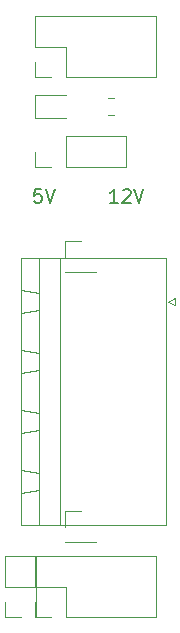
<source format=gbr>
%TF.GenerationSoftware,KiCad,Pcbnew,5.1.9+dfsg1-1+deb11u1*%
%TF.CreationDate,2024-05-04T00:08:04-07:00*%
%TF.ProjectId,BBpower,4242706f-7765-4722-9e6b-696361645f70,rev?*%
%TF.SameCoordinates,Original*%
%TF.FileFunction,Legend,Top*%
%TF.FilePolarity,Positive*%
%FSLAX46Y46*%
G04 Gerber Fmt 4.6, Leading zero omitted, Abs format (unit mm)*
G04 Created by KiCad (PCBNEW 5.1.9+dfsg1-1+deb11u1) date 2024-05-04 00:08:04*
%MOMM*%
%LPD*%
G01*
G04 APERTURE LIST*
%ADD10C,0.177800*%
%ADD11C,0.120000*%
G04 APERTURE END LIST*
D10*
X177001714Y-107324071D02*
X176457428Y-107324071D01*
X176403000Y-107868357D01*
X176457428Y-107813928D01*
X176566285Y-107759500D01*
X176838428Y-107759500D01*
X176947285Y-107813928D01*
X177001714Y-107868357D01*
X177056142Y-107977214D01*
X177056142Y-108249357D01*
X177001714Y-108358214D01*
X176947285Y-108412642D01*
X176838428Y-108467071D01*
X176566285Y-108467071D01*
X176457428Y-108412642D01*
X176403000Y-108358214D01*
X177382714Y-107324071D02*
X177763714Y-108467071D01*
X178144714Y-107324071D01*
X183478714Y-108467071D02*
X182825571Y-108467071D01*
X183152142Y-108467071D02*
X183152142Y-107324071D01*
X183043285Y-107487357D01*
X182934428Y-107596214D01*
X182825571Y-107650642D01*
X183914142Y-107432928D02*
X183968571Y-107378500D01*
X184077428Y-107324071D01*
X184349571Y-107324071D01*
X184458428Y-107378500D01*
X184512857Y-107432928D01*
X184567285Y-107541785D01*
X184567285Y-107650642D01*
X184512857Y-107813928D01*
X183859714Y-108467071D01*
X184567285Y-108467071D01*
X184893857Y-107324071D02*
X185274857Y-108467071D01*
X185655857Y-107324071D01*
D11*
%TO.C,J7*%
X176590000Y-143570000D02*
X176590000Y-138370000D01*
X176530000Y-143570000D02*
X176590000Y-143570000D01*
X173930000Y-138370000D02*
X176590000Y-138370000D01*
X176530000Y-143570000D02*
X176530000Y-140970000D01*
X176530000Y-140970000D02*
X173930000Y-140970000D01*
X173930000Y-140970000D02*
X173930000Y-138370000D01*
X175260000Y-143570000D02*
X173930000Y-143570000D01*
X173930000Y-143570000D02*
X173930000Y-142240000D01*
%TO.C,J6*%
X179010000Y-137220000D02*
X181670000Y-137220000D01*
X179010000Y-137160000D02*
X179010000Y-137220000D01*
X181670000Y-137160000D02*
X181670000Y-137220000D01*
X179010000Y-137160000D02*
X181670000Y-137160000D01*
X179010000Y-135890000D02*
X179010000Y-134560000D01*
X179010000Y-134560000D02*
X180340000Y-134560000D01*
%TO.C,J5*%
X179010000Y-114360000D02*
X181670000Y-114360000D01*
X179010000Y-114300000D02*
X179010000Y-114360000D01*
X181670000Y-114300000D02*
X181670000Y-114360000D01*
X179010000Y-114300000D02*
X181670000Y-114300000D01*
X179010000Y-113030000D02*
X179010000Y-111700000D01*
X179010000Y-111700000D02*
X180340000Y-111700000D01*
%TO.C,R1*%
X183138578Y-101040000D02*
X182621422Y-101040000D01*
X183138578Y-99620000D02*
X182621422Y-99620000D01*
%TO.C,J4*%
X186750000Y-143570000D02*
X186750000Y-138370000D01*
X179070000Y-143570000D02*
X186750000Y-143570000D01*
X176470000Y-138370000D02*
X186750000Y-138370000D01*
X179070000Y-143570000D02*
X179070000Y-140970000D01*
X179070000Y-140970000D02*
X176470000Y-140970000D01*
X176470000Y-140970000D02*
X176470000Y-138370000D01*
X177800000Y-143570000D02*
X176470000Y-143570000D01*
X176470000Y-143570000D02*
X176470000Y-142240000D01*
%TO.C,J3*%
X186750000Y-97850000D02*
X186750000Y-92650000D01*
X179070000Y-97850000D02*
X186750000Y-97850000D01*
X176470000Y-92650000D02*
X186750000Y-92650000D01*
X179070000Y-97850000D02*
X179070000Y-95250000D01*
X179070000Y-95250000D02*
X176470000Y-95250000D01*
X176470000Y-95250000D02*
X176470000Y-92650000D01*
X177800000Y-97850000D02*
X176470000Y-97850000D01*
X176470000Y-97850000D02*
X176470000Y-96520000D01*
%TO.C,J2*%
X184210000Y-105470000D02*
X184210000Y-102810000D01*
X179070000Y-105470000D02*
X184210000Y-105470000D01*
X179070000Y-102810000D02*
X184210000Y-102810000D01*
X179070000Y-105470000D02*
X179070000Y-102810000D01*
X177800000Y-105470000D02*
X176470000Y-105470000D01*
X176470000Y-105470000D02*
X176470000Y-104140000D01*
%TO.C,J1*%
X187530000Y-113190000D02*
X175310000Y-113190000D01*
X175310000Y-113190000D02*
X175310000Y-135730000D01*
X175310000Y-135730000D02*
X187530000Y-135730000D01*
X187530000Y-135730000D02*
X187530000Y-113190000D01*
X176810000Y-113190000D02*
X178610000Y-113190000D01*
X178610000Y-113190000D02*
X178610000Y-135730000D01*
X178610000Y-135730000D02*
X176810000Y-135730000D01*
X176810000Y-135730000D02*
X176810000Y-113190000D01*
X175310000Y-115840000D02*
X175310000Y-117840000D01*
X175310000Y-117840000D02*
X176810000Y-117590000D01*
X176810000Y-117590000D02*
X176810000Y-116090000D01*
X176810000Y-116090000D02*
X175310000Y-115840000D01*
X175310000Y-120920000D02*
X175310000Y-122920000D01*
X175310000Y-122920000D02*
X176810000Y-122670000D01*
X176810000Y-122670000D02*
X176810000Y-121170000D01*
X176810000Y-121170000D02*
X175310000Y-120920000D01*
X175310000Y-126000000D02*
X175310000Y-128000000D01*
X175310000Y-128000000D02*
X176810000Y-127750000D01*
X176810000Y-127750000D02*
X176810000Y-126250000D01*
X176810000Y-126250000D02*
X175310000Y-126000000D01*
X175310000Y-131080000D02*
X175310000Y-133080000D01*
X175310000Y-133080000D02*
X176810000Y-132830000D01*
X176810000Y-132830000D02*
X176810000Y-131330000D01*
X176810000Y-131330000D02*
X175310000Y-131080000D01*
X188330000Y-117140000D02*
X187730000Y-116840000D01*
X187730000Y-116840000D02*
X188330000Y-116540000D01*
X188330000Y-116540000D02*
X188330000Y-117140000D01*
%TO.C,D1*%
X179132500Y-99370000D02*
X176447500Y-99370000D01*
X176447500Y-99370000D02*
X176447500Y-101290000D01*
X176447500Y-101290000D02*
X179132500Y-101290000D01*
%TD*%
M02*

</source>
